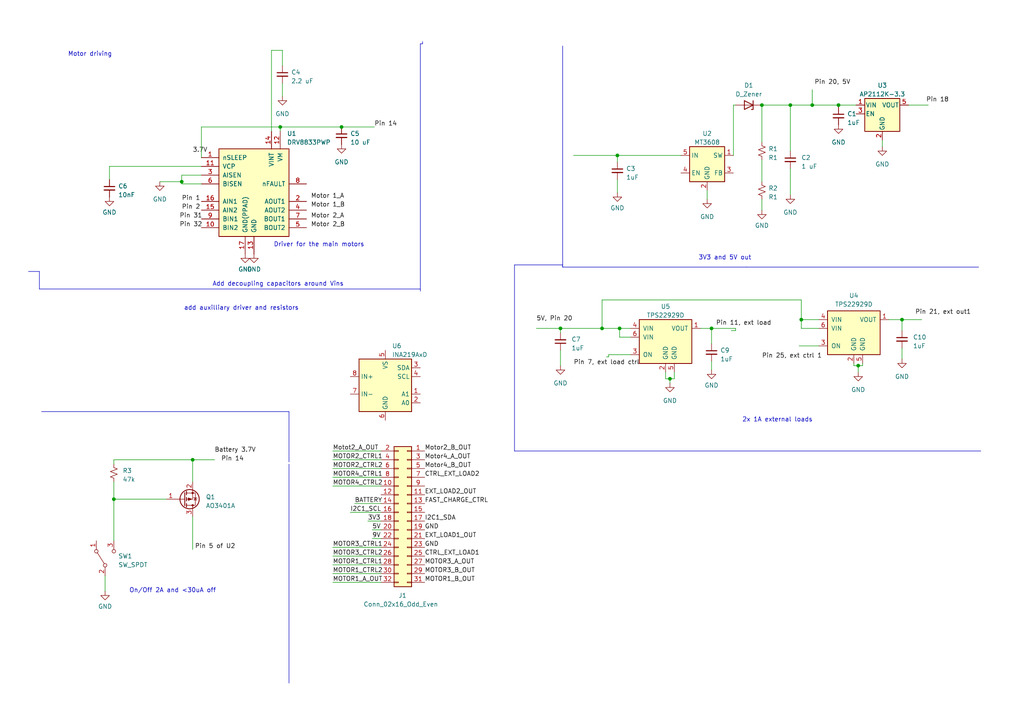
<source format=kicad_sch>
(kicad_sch (version 20230121) (generator eeschema)
  (paper "A4")
  (title_block (title "Power Supply Circuit") (date "2025-03-22"))
  (lib_symbols
    (symbol "Connector_Generic:Conn_02x16_Odd_Even" (pin_names (offset 1.016) hide)
      (property "Reference" "J" (at 1.27 20.32 0))
      (property "Value" "Conn_02x16_Odd_Even" (at 1.27 -22.86 0))
      (symbol "Conn_02x16_Odd_Even_1_1"
        (rectangle (start -1.27 -20.193) (end 0 -20.447) (stroke (width 0.1524)))
        (rectangle (start -1.27 -17.653) (end 0 -17.907) (stroke (width 0.1524)))
        (rectangle (start -1.27 -15.113) (end 0 -15.367) (stroke (width 0.1524)))
        (rectangle (start -1.27 -12.573) (end 0 -12.827) (stroke (width 0.1524)))
        (rectangle (start -1.27 -10.033) (end 0 -10.287) (stroke (width 0.1524)))
        (rectangle (start -1.27 -7.493) (end 0 -7.747) (stroke (width 0.1524)))
        (rectangle (start -1.27 -4.953) (end 0 -5.207) (stroke (width 0.1524)))
        (rectangle (start -1.27 -2.413) (end 0 -2.667) (stroke (width 0.1524)))
        (rectangle (start -1.27 0.127) (end 0 -0.127) (stroke (width 0.1524)))
        (rectangle (start -1.27 2.667) (end 0 2.413) (stroke (width 0.1524)))
        (rectangle (start -1.27 5.207) (end 0 4.953) (stroke (width 0.1524)))
        (rectangle (start -1.27 7.747) (end 0 7.493) (stroke (width 0.1524)))
        (rectangle (start -1.27 10.287) (end 0 10.033) (stroke (width 0.1524)))
        (rectangle (start -1.27 12.827) (end 0 12.573) (stroke (width 0.1524)))
        (rectangle (start -1.27 15.367) (end 0 15.113) (stroke (width 0.1524)))
        (rectangle (start -1.27 17.907) (end 0 17.653) (stroke (width 0.1524)))
        (rectangle (start -1.27 19.05) (end 3.81 -21.59) (stroke (width 0.254)) (fill (type background)))
        (rectangle (start 3.81 -20.193) (end 2.54 -20.447) (stroke (width 0.1524)))
        (rectangle (start 3.81 -17.653) (end 2.54 -17.907) (stroke (width 0.1524)))
        (rectangle (start 3.81 -15.113) (end 2.54 -15.367) (stroke (width 0.1524)))
        (rectangle (start 3.81 -12.573) (end 2.54 -12.827) (stroke (width 0.1524)))
        (rectangle (start 3.81 -10.033) (end 2.54 -10.287) (stroke (width 0.1524)))
        (rectangle (start 3.81 -7.493) (end 2.54 -7.747) (stroke (width 0.1524)))
        (rectangle (start 3.81 -4.953) (end 2.54 -5.207) (stroke (width 0.1524)))
        (rectangle (start 3.81 -2.413) (end 2.54 -2.667) (stroke (width 0.1524)))
        (rectangle (start 3.81 0.127) (end 2.54 -0.127) (stroke (width 0.1524)))
        (rectangle (start 3.81 2.667) (end 2.54 2.413) (stroke (width 0.1524)))
        (rectangle (start 3.81 5.207) (end 2.54 4.953) (stroke (width 0.1524)))
        (rectangle (start 3.81 7.747) (end 2.54 7.493) (stroke (width 0.1524)))
        (rectangle (start 3.81 10.287) (end 2.54 10.033) (stroke (width 0.1524)))
        (rectangle (start 3.81 12.827) (end 2.54 12.573) (stroke (width 0.1524)))
        (rectangle (start 3.81 15.367) (end 2.54 15.113) (stroke (width 0.1524)))
        (rectangle (start 3.81 17.907) (end 2.54 17.653) (stroke (width 0.1524)))
        (pin passive line (at -5.08 17.78 0) (length 3.81) (name "Pin_1") (number "1"))
        (pin passive line (at 7.62 7.62 180) (length 3.81) (name "Pin_10") (number "10"))
        (pin passive line (at -5.08 5.08 0) (length 3.81) (name "Pin_11") (number "11"))
        (pin passive line (at 7.62 5.08 180) (length 3.81) (name "Pin_12") (number "12"))
        (pin passive line (at -5.08 2.54 0) (length 3.81) (name "Pin_13") (number "13"))
        (pin passive line (at 7.62 2.54 180) (length 3.81) (name "Pin_14") (number "14"))
        (pin passive line (at -5.08 0 0) (length 3.81) (name "Pin_15") (number "15"))
        (pin passive line (at 7.62 0 180) (length 3.81) (name "Pin_16") (number "16"))
        (pin passive line (at -5.08 -2.54 0) (length 3.81) (name "Pin_17") (number "17"))
        (pin passive line (at 7.62 -2.54 180) (length 3.81) (name "Pin_18") (number "18"))
        (pin passive line (at -5.08 -5.08 0) (length 3.81) (name "Pin_19") (number "19"))
        (pin passive line (at 7.62 17.78 180) (length 3.81) (name "Pin_2") (number "2"))
        (pin passive line (at 7.62 -5.08 180) (length 3.81) (name "Pin_20") (number "20"))
        (pin passive line (at -5.08 -7.62 0) (length 3.81) (name "Pin_21") (number "21"))
        (pin passive line (at 7.62 -7.62 180) (length 3.81) (name "Pin_22") (number "22"))
        (pin passive line (at -5.08 -10.16 0) (length 3.81) (name "Pin_23") (number "23"))
        (pin passive line (at 7.62 -10.16 180) (length 3.81) (name "Pin_24") (number "24"))
        (pin passive line (at -5.08 -12.7 0) (length 3.81) (name "Pin_25") (number "25"))
        (pin passive line (at 7.62 -12.7 180) (length 3.81) (name "Pin_26") (number "26"))
        (pin passive line (at -5.08 -15.24 0) (length 3.81) (name "Pin_27") (number "27"))
        (pin passive line (at 7.62 -15.24 180) (length 3.81) (name "Pin_28") (number "28"))
        (pin passive line (at -5.08 -17.78 0) (length 3.81) (name "Pin_29") (number "29"))
        (pin passive line (at -5.08 15.24 0) (length 3.81) (name "Pin_3") (number "3"))
        (pin passive line (at 7.62 -17.78 180) (length 3.81) (name "Pin_30") (number "30"))
        (pin passive line (at -5.08 -20.32 0) (length 3.81) (name "Pin_31") (number "31"))
        (pin passive line (at 7.62 -20.32 180) (length 3.81) (name "Pin_32") (number "32"))
        (pin passive line (at 7.62 15.24 180) (length 3.81) (name "Pin_4") (number "4"))
        (pin passive line (at -5.08 12.7 0) (length 3.81) (name "Pin_5") (number "5"))
        (pin passive line (at 7.62 12.7 180) (length 3.81) (name "Pin_6") (number "6"))
        (pin passive line (at -5.08 10.16 0) (length 3.81) (name "Pin_7") (number "7"))
        (pin passive line (at 7.62 10.16 180) (length 3.81) (name "Pin_8") (number "8"))
        (pin passive line (at -5.08 7.62 0) (length 3.81) (name "Pin_9") (number "9"))
      )
    )
    (symbol "Device:C_Small" (pin_numbers hide) (pin_names (offset 0.254) hide)
      (property "Reference" "C" (at 0.254 1.778 0))
      (property "Value" "C_Small" (at 0.254 -2.032 0))
      (symbol "C_Small_0_1"
        (polyline (pts (xy -1.524 -0.508) (xy 1.524 -0.508)) (stroke (width 0.3302)))
        (polyline (pts (xy -1.524 0.508) (xy 1.524 0.508)) (stroke (width 0.3048)))
      )
      (symbol "C_Small_1_1"
        (pin passive line (at 0 2.54 270) (length 2.032) (name "~") (number "1"))
        (pin passive line (at 0 -2.54 90) (length 2.032) (name "~") (number "2"))
      )
    )
    (symbol "Device:D_Zener" (pin_numbers hide) (pin_names (offset 1.016) hide)
      (property "Reference" "D" (at 0 2.54 0))
      (property "Value" "D_Zener" (at 0 -2.54 0))
      (symbol "D_Zener_0_1"
        (polyline (pts (xy 1.27 0) (xy -1.27 0)))
        (polyline (pts (xy -1.27 -1.27) (xy -1.27 1.27) (xy -0.762 1.27)) (stroke (width 0.254)))
        (polyline (pts (xy 1.27 -1.27) (xy 1.27 1.27) (xy -1.27 0) (xy 1.27 -1.27)) (stroke (width 0.254)))
      )
      (symbol "D_Zener_1_1"
        (pin passive line (at -3.81 0 0) (length 2.54) (name "K") (number "1"))
        (pin passive line (at 3.81 0 180) (length 2.54) (name "A") (number "2"))
      )
    )
    (symbol "Device:R_Small_US" (pin_numbers hide) (pin_names (offset 0.254) hide)
      (property "Reference" "R" (at 0.762 0.508 0))
      (property "Value" "R_Small_US" (at 0.762 -1.016 0))
      (symbol "R_Small_US_1_1"
        (polyline (pts (xy 0 0) (xy 1.016 -0.381) (xy 0 -0.762) (xy -1.016 -1.143) (xy 0 -1.524)))
        (polyline (pts (xy 0 1.524) (xy 1.016 1.143) (xy 0 0.762) (xy -1.016 0.381) (xy 0 0)))
        (pin passive line (at 0 2.54 270) (length 1.016) (name "~") (number "1"))
        (pin passive line (at 0 -2.54 90) (length 1.016) (name "~") (number "2"))
      )
    )
    (symbol "Driver_Motor:DRV8833PWP" (pin_names (offset 1.016))
      (property "Reference" "U" (at -3.81 16.51 0))
      (property "Value" "DRV8833PWP" (at -3.81 13.97 0))
      (symbol "DRV8833PWP_0_1"
        (rectangle (start -10.16 12.7) (end 10.16 -12.7) (stroke (width 0.254)) (fill (type background)))
      )
      (symbol "DRV8833PWP_1_1"
        (pin input line (at -15.24 10.16 0) (length 5.08) (name "nSLEEP") (number "1"))
        (pin input line (at -15.24 -10.16 0) (length 5.08) (name "BIN2") (number "10"))
        (pin bidirectional line (at -15.24 7.62 0) (length 5.08) (name "VCP") (number "11"))
        (pin power_in line (at 7.62 17.78 270) (length 5.08) (name "VM") (number "12"))
        (pin power_in line (at 0 -17.78 90) (length 5.08) (name "GND") (number "13"))
        (pin power_in line (at 5.08 17.78 270) (length 5.08) (name "VINT") (number "14"))
        (pin input line (at -15.24 -5.08 0) (length 5.08) (name "AIN2") (number "15"))
        (pin input line (at -15.24 -2.54 0) (length 5.08) (name "AIN1") (number "16"))
        (pin power_in line (at -2.54 -17.78 90) (length 5.08) (name "GND(PPAD)") (number "17"))
        (pin power_out line (at 15.24 -2.54 180) (length 5.08) (name "AOUT1") (number "2"))
        (pin bidirectional line (at -15.24 5.08 0) (length 5.08) (name "AISEN") (number "3"))
        (pin power_out line (at 15.24 -5.08 180) (length 5.08) (name "AOUT2") (number "4"))
        (pin power_out line (at 15.24 -10.16 180) (length 5.08) (name "BOUT2") (number "5"))
        (pin bidirectional line (at -15.24 2.54 0) (length 5.08) (name "BISEN") (number "6"))
        (pin power_out line (at 15.24 -7.62 180) (length 5.08) (name "BOUT1") (number "7"))
        (pin open_collector line (at 15.24 2.54 180) (length 5.08) (name "nFAULT") (number "8"))
        (pin input line (at -15.24 -7.62 0) (length 5.08) (name "BIN1") (number "9"))
      )
    )
    (symbol "Power_Management:TPS22929D" (pin_names (offset 1.016))
      (property "Reference" "U" (at -7.62 8.89 0))
      (property "Value" "TPS22929D" (at 7.62 8.89 0))
      (symbol "TPS22929D_0_1"
        (rectangle (start -7.62 7.62) (end 7.62 -5.08) (stroke (width 0.254)) (fill (type background)))
      )
      (symbol "TPS22929D_1_1"
        (pin power_out line (at 10.16 5.08 180) (length 2.54) (name "VOUT") (number "1"))
        (pin power_in line (at 0 -7.62 90) (length 2.54) (name "GND") (number "2"))
        (pin input line (at -10.16 -2.54 0) (length 2.54) (name "ON") (number "3"))
        (pin power_in line (at -10.16 5.08 0) (length 2.54) (name "VIN") (number "4"))
        (pin power_in line (at 2.54 -7.62 90) (length 2.54) (name "GND") (number "5"))
        (pin power_in line (at -10.16 2.54 0) (length 2.54) (name "VIN") (number "6"))
      )
    )
    (symbol "Regulator_Linear:AP2112K-3.3" (pin_names (offset 0.254))
      (property "Reference" "U" (at -5.08 5.715 0))
      (property "Value" "AP2112K-3.3" (at 0 5.715 0))
      (symbol "AP2112K-3.3_0_1"
        (rectangle (start -5.08 4.445) (end 5.08 -5.08) (stroke (width 0.254)) (fill (type background)))
      )
      (symbol "AP2112K-3.3_1_1"
        (pin power_in line (at -7.62 2.54 0) (length 2.54) (name "VIN") (number "1"))
        (pin power_in line (at 0 -7.62 90) (length 2.54) (name "GND") (number "2"))
        (pin input line (at -7.62 0 0) (length 2.54) (name "EN") (number "3"))
        (pin no_connect line (at 5.08 0 180) (length 2.54) hide (name "NC") (number "4"))
        (pin power_out line (at 7.62 2.54 180) (length 2.54) (name "VOUT") (number "5"))
      )
    )
    (symbol "Regulator_Switching:MT3608"
      (property "Reference" "U" (at -2.54 8.89 0))
      (property "Value" "MT3608" (at -3.81 6.35 0))
      (symbol "MT3608_0_1"
        (rectangle (start -5.08 5.08) (end 5.08 -5.08) (stroke (width 0.254)) (fill (type background)))
      )
      (symbol "MT3608_1_1"
        (pin passive line (at 7.62 2.54 180) (length 2.54) (name "SW") (number "1"))
        (pin power_in line (at 0 -7.62 90) (length 2.54) (name "GND") (number "2"))
        (pin input line (at 7.62 -2.54 180) (length 2.54) (name "FB") (number "3"))
        (pin input line (at -7.62 -2.54 0) (length 2.54) (name "EN") (number "4"))
        (pin power_in line (at -7.62 2.54 0) (length 2.54) (name "IN") (number "5"))
        (pin no_connect line (at 5.08 0 180) (length 2.54) hide (name "NC") (number "6"))
      )
    )
    (symbol "Sensor_Energy:INA219AxD"
      (property "Reference" "U" (at -6.35 8.89 0))
      (property "Value" "INA219AxD" (at 5.08 8.89 0))
      (symbol "INA219AxD_0_1"
        (rectangle (start -7.62 7.62) (end 7.62 -7.62) (stroke (width 0.254)) (fill (type background)))
      )
      (symbol "INA219AxD_1_1"
        (pin input line (at 10.16 -2.54 180) (length 2.54) (name "A1") (number "1"))
        (pin input line (at 10.16 -5.08 180) (length 2.54) (name "A0") (number "2"))
        (pin bidirectional line (at 10.16 5.08 180) (length 2.54) (name "SDA") (number "3"))
        (pin input line (at 10.16 2.54 180) (length 2.54) (name "SCL") (number "4"))
        (pin power_in line (at 0 10.16 270) (length 2.54) (name "VS") (number "5"))
        (pin power_in line (at 0 -10.16 90) (length 2.54) (name "GND") (number "6"))
        (pin input line (at -10.16 -2.54 0) (length 2.54) (name "IN-") (number "7"))
        (pin input line (at -10.16 2.54 0) (length 2.54) (name "IN+") (number "8"))
      )
    )
    (symbol "Switch:SW_SPDT" (pin_names (offset 0) hide)
      (property "Reference" "SW" (at 0 4.318 0))
      (property "Value" "SW_SPDT" (at 0 -5.08 0))
      (symbol "SW_SPDT_0_0"
        (circle (center -2.032 0) (radius 0.508))
        (circle (center 2.032 -2.54) (radius 0.508))
      )
      (symbol "SW_SPDT_0_1"
        (polyline (pts (xy -1.524 0.254) (xy 1.651 2.286)))
        (circle (center 2.032 2.54) (radius 0.508))
      )
      (symbol "SW_SPDT_1_1"
        (pin passive line (at 5.08 2.54 180) (length 2.54) (name "A") (number "1"))
        (pin passive line (at -5.08 0 0) (length 2.54) (name "B") (number "2"))
        (pin passive line (at 5.08 -2.54 180) (length 2.54) (name "C") (number "3"))
      )
    )
    (symbol "Transistor_FET:AO3401A" (pin_names hide)
      (property "Reference" "Q" (at 5.08 1.905 0))
      (property "Value" "AO3401A" (at 5.08 0 0))
      (symbol "AO3401A_0_1"
        (polyline (pts (xy 0.254 0) (xy -2.54 0)))
        (polyline (pts (xy 0.254 1.905) (xy 0.254 -1.905)) (stroke (width 0.254)))
        (polyline (pts (xy 0.762 -1.27) (xy 0.762 -2.286)) (stroke (width 0.254)))
        (polyline (pts (xy 0.762 0.508) (xy 0.762 -0.508)) (stroke (width 0.254)))
        (polyline (pts (xy 0.762 2.286) (xy 0.762 1.27)) (stroke (width 0.254)))
        (polyline (pts (xy 2.54 2.54) (xy 2.54 1.778)))
        (polyline (pts (xy 2.54 -2.54) (xy 2.54 0) (xy 0.762 0)))
        (polyline (pts (xy 0.762 1.778) (xy 3.302 1.778) (xy 3.302 -1.778) (xy 0.762 -1.778)))
        (polyline (pts (xy 2.286 0) (xy 1.27 0.381) (xy 1.27 -0.381) (xy 2.286 0)) (fill (type outline)))
        (polyline (pts (xy 2.794 -0.508) (xy 2.921 -0.381) (xy 3.683 -0.381) (xy 3.81 -0.254)))
        (polyline (pts (xy 3.302 -0.381) (xy 2.921 0.254) (xy 3.683 0.254) (xy 3.302 -0.381)))
        (circle (center 1.651 0) (radius 2.794) (stroke (width 0.254)))
        (circle (center 2.54 -1.778) (radius 0.254) (fill (type outline)))
        (circle (center 2.54 1.778) (radius 0.254) (fill (type outline)))
      )
      (symbol "AO3401A_1_1"
        (pin input line (at -5.08 0 0) (length 2.54) (name "G") (number "1"))
        (pin passive line (at 2.54 -5.08 90) (length 2.54) (name "S") (number "2"))
        (pin passive line (at 2.54 5.08 270) (length 2.54) (name "D") (number "3"))
      )
    )
    (symbol "power:GND" (power) (pin_names (offset 0))
      (property "Value" "GND" (at 0 -3.81 0))
      (symbol "GND_0_1"
        (polyline (pts (xy 0 0) (xy 0 -1.27) (xy 1.27 -1.27) (xy 0 -2.54) (xy -1.27 -1.27) (xy 0 -1.27)))
      )
      (symbol "GND_1_1"
        (pin power_in line (at 0 0 270) (length 0) hide (name "GND") (number "1"))
      )
    )
  )
  (junction (at 179.07 45.085))
  (junction (at 248.92 106.045))
  (junction (at 229.235 30.48))
  (junction (at 261.62 92.71))
  (junction (at 206.375 95.25))
  (junction (at 55.88 133.35))
  (junction (at 162.56 95.25))
  (junction (at 243.205 30.48))
  (junction (at 81.28 36.83))
  (junction (at 232.41 92.71))
  (junction (at 33.02 144.78))
  (junction (at 194.31 109.855))
  (junction (at 99.06 36.83))
  (junction (at 174.625 95.25))
  (junction (at 179.705 95.25))
  (junction (at 220.98 30.48))
  (junction (at 235.585 30.48))
  (junction (at 52.705 52.705))
  (wire (pts (xy 81.28 38.1) (xy 81.28 36.83)))
  (wire (pts (xy 96.52 135.89) (xy 110.49 135.89)))
  (wire (pts (xy 81.915 14.605) (xy 81.915 19.05)))
  (wire (pts (xy 179.705 97.79) (xy 179.705 95.25)))
  (wire (pts (xy 235.585 26.035) (xy 235.585 30.48)))
  (wire (pts (xy 206.375 95.25) (xy 213.36 95.25)))
  (wire (pts (xy 55.88 149.86) (xy 55.88 159.385)))
  (wire (pts (xy 58.42 50.8) (xy 52.705 50.8)))
  (wire (pts (xy 195.58 107.95) (xy 195.58 109.855)))
  (wire (pts (xy 182.88 97.79) (xy 179.705 97.79)))
  (wire (pts (xy 179.07 45.085) (xy 197.485 45.085)))
  (wire (pts (xy 81.915 24.13) (xy 81.915 27.94)))
  (wire (pts (xy 232.41 92.71) (xy 232.41 95.25)))
  (wire (pts (xy 255.905 40.64) (xy 255.905 42.545)))
  (polyline (pts (xy 11.43 78.74) (xy 8.255 78.74)))
  (wire (pts (xy 96.52 158.75) (xy 110.49 158.75)))
  (wire (pts (xy 33.02 139.7) (xy 33.02 144.78)))
  (wire (pts (xy 263.525 30.48) (xy 269.24 30.48)))
  (wire (pts (xy 206.375 104.775) (xy 206.375 107.315)))
  (wire (pts (xy 55.88 139.7) (xy 55.88 133.35)))
  (wire (pts (xy 33.02 134.62) (xy 33.02 133.35)))
  (wire (pts (xy 231.775 100.33) (xy 237.49 100.33)))
  (wire (pts (xy 78.74 14.605) (xy 81.915 14.605)))
  (wire (pts (xy 229.235 30.48) (xy 229.235 43.815)))
  (wire (pts (xy 30.48 167.005) (xy 30.48 171.45)))
  (wire (pts (xy 58.42 36.83) (xy 81.28 36.83)))
  (wire (pts (xy 250.19 105.41) (xy 250.19 106.045)))
  (polyline (pts (xy 163.195 13.335) (xy 163.195 77.47)))
  (wire (pts (xy 176.53 102.87) (xy 176.53 103.505)))
  (wire (pts (xy 174.625 95.25) (xy 174.625 86.995)))
  (wire (pts (xy 243.205 30.48) (xy 243.205 31.115)))
  (wire (pts (xy 220.98 57.785) (xy 220.98 60.96)))
  (polyline (pts (xy 12.065 119.38) (xy 83.82 119.38)))
  (polyline (pts (xy 122.555 12.7) (xy 122.555 12.065)))
  (wire (pts (xy 213.36 95.25) (xy 213.36 95.885)))
  (wire (pts (xy 235.585 30.48) (xy 243.205 30.48)))
  (wire (pts (xy 203.2 95.25) (xy 206.375 95.25)))
  (wire (pts (xy 232.41 92.71) (xy 237.49 92.71)))
  (wire (pts (xy 33.02 133.35) (xy 55.88 133.35)))
  (wire (pts (xy 99.06 36.83) (xy 108.585 36.83)))
  (polyline (pts (xy 216.535 77.47) (xy 283.845 77.47)))
  (wire (pts (xy 96.52 166.37) (xy 110.49 166.37)))
  (wire (pts (xy 257.81 92.71) (xy 261.62 92.71)))
  (polyline (pts (xy 83.82 119.38) (xy 83.82 133.985)))
  (wire (pts (xy 179.705 95.25) (xy 182.88 95.25)))
  (wire (pts (xy 212.725 30.48) (xy 213.36 30.48)))
  (wire (pts (xy 243.205 30.48) (xy 248.285 30.48)))
  (wire (pts (xy 52.705 52.705) (xy 52.705 53.34)))
  (wire (pts (xy 220.98 30.48) (xy 220.98 41.275)))
  (wire (pts (xy 107.95 156.21) (xy 110.49 156.21)))
  (wire (pts (xy 96.52 163.83) (xy 110.49 163.83)))
  (wire (pts (xy 247.65 106.045) (xy 248.92 106.045)))
  (wire (pts (xy 58.42 48.26) (xy 31.75 48.26)))
  (wire (pts (xy 205.105 55.245) (xy 205.105 57.785)))
  (wire (pts (xy 81.28 36.83) (xy 99.06 36.83)))
  (wire (pts (xy 33.02 144.78) (xy 33.02 156.845)))
  (wire (pts (xy 176.53 103.505) (xy 175.895 103.505)))
  (wire (pts (xy 229.235 48.895) (xy 229.235 56.515)))
  (wire (pts (xy 96.52 168.91) (xy 110.49 168.91)))
  (wire (pts (xy 162.56 95.25) (xy 162.56 96.52)))
  (polyline (pts (xy 163.195 76.835) (xy 163.195 77.47)))
  (wire (pts (xy 166.37 45.085) (xy 179.07 45.085)))
  (wire (pts (xy 155.575 95.25) (xy 162.56 95.25)))
  (wire (pts (xy 220.98 30.48) (xy 229.235 30.48)))
  (wire (pts (xy 261.62 92.71) (xy 261.62 95.885)))
  (wire (pts (xy 232.41 86.995) (xy 232.41 92.71)))
  (wire (pts (xy 248.92 106.045) (xy 250.19 106.045)))
  (wire (pts (xy 261.62 100.965) (xy 261.62 104.14)))
  (polyline (pts (xy 121.92 83.82) (xy 11.43 83.82)))
  (wire (pts (xy 179.07 52.07) (xy 179.07 55.88)))
  (wire (pts (xy 193.04 109.855) (xy 194.31 109.855)))
  (wire (pts (xy 52.705 50.8) (xy 52.705 52.705)))
  (polyline (pts (xy 121.92 12.7) (xy 122.555 12.7)))
  (polyline (pts (xy 11.43 83.82) (xy 11.43 78.74)))
  (wire (pts (xy 96.52 130.81) (xy 110.49 130.81)))
  (wire (pts (xy 46.355 52.705) (xy 52.705 52.705)))
  (polyline (pts (xy 216.535 77.47) (xy 163.195 77.47)))
  (wire (pts (xy 33.02 144.78) (xy 48.26 144.78)))
  (wire (pts (xy 101.6 148.59) (xy 110.49 148.59)))
  (polyline (pts (xy 83.82 134.62) (xy 83.82 198.12)))
  (wire (pts (xy 206.375 95.25) (xy 206.375 99.695)))
  (wire (pts (xy 248.92 106.045) (xy 248.92 107.95)))
  (wire (pts (xy 102.87 146.05) (xy 110.49 146.05)))
  (wire (pts (xy 96.52 133.35) (xy 110.49 133.35)))
  (wire (pts (xy 194.31 109.855) (xy 194.31 111.125)))
  (wire (pts (xy 107.95 153.67) (xy 110.49 153.67)))
  (wire (pts (xy 261.62 92.71) (xy 267.335 92.71)))
  (polyline (pts (xy 121.92 84.455) (xy 121.92 12.7)))
  (wire (pts (xy 31.75 48.26) (xy 31.75 52.07)))
  (wire (pts (xy 96.52 161.29) (xy 110.49 161.29)))
  (wire (pts (xy 52.705 53.34) (xy 58.42 53.34)))
  (wire (pts (xy 229.235 30.48) (xy 235.585 30.48)))
  (wire (pts (xy 78.74 38.1) (xy 78.74 14.605)))
  (wire (pts (xy 162.56 95.25) (xy 174.625 95.25)))
  (wire (pts (xy 55.88 133.35) (xy 62.23 133.35)))
  (wire (pts (xy 106.68 151.13) (xy 110.49 151.13)))
  (polyline (pts (xy 284.48 130.81) (xy 149.225 130.81)))
  (wire (pts (xy 194.31 109.855) (xy 195.58 109.855)))
  (wire (pts (xy 179.07 45.085) (xy 179.07 46.99)))
  (wire (pts (xy 220.98 46.355) (xy 220.98 52.705)))
  (wire (pts (xy 212.725 45.085) (xy 212.725 30.48)))
  (wire (pts (xy 58.42 45.72) (xy 58.42 36.83)))
  (wire (pts (xy 182.88 102.87) (xy 176.53 102.87)))
  (wire (pts (xy 193.04 107.95) (xy 193.04 109.855)))
  (wire (pts (xy 96.52 140.97) (xy 110.49 140.97)))
  (wire (pts (xy 237.49 95.25) (xy 232.41 95.25)))
  (polyline (pts (xy 149.225 130.81) (xy 149.225 76.835)))
  (wire (pts (xy 247.65 105.41) (xy 247.65 106.045)))
  (wire (pts (xy 213.36 95.885) (xy 212.09 95.885)))
  (wire (pts (xy 174.625 95.25) (xy 179.705 95.25)))
  (wire (pts (xy 174.625 86.995) (xy 232.41 86.995)))
  (wire (pts (xy 162.56 106.045) (xy 162.56 101.6)))
  (polyline (pts (xy 149.225 76.835) (xy 163.195 76.835)))
  (wire (pts (xy 96.52 138.43) (xy 110.49 138.43)))
  (text "On/Off 2A and <30uA off" (at 37.465 172.085 0) (effects (font (size 1.27 1.27)) (justify left bottom)))
  (text "3V3 and 5V out\n" (at 202.565 75.565 0) (effects (font (size 1.27 1.27)) (justify left bottom)))
  (text "Add decoupling capacitors around Vins\n" (at 61.595 83.185 0) (effects (font (size 1.27 1.27)) (justify left bottom)))
  (text "Driver for the main motors" (at 79.375 71.755 0) (effects (font (size 1.27 1.27)) (justify left bottom)))
  (text "add auxilliary driver and resistors\n" (at 53.34 90.17 0) (effects (font (size 1.27 1.27)) (justify left bottom)))
  (text "2x 1A external loads\n" (at 215.265 122.555 0) (effects (font (size 1.27 1.27)) (justify left bottom)))
  (text "Motor driving\n" (at 19.685 16.51 0) (effects (font (size 1.27 1.27)) (justify left bottom)))
  (label "MOTOR4_CTRL1" (at 96.52 138.43 0))
  (label "Motor 2_B" (at 90.17 66.04 0))
  (label "Pin 20, 5V" (at 236.22 24.765 0))
  (label "3V3" (at 106.68 151.13 0))
  (label "5V, Pin 20" (at 155.575 93.345 0))
  (label "Battery 3.7V" (at 62.23 131.445 0))
  (label "Motor4_A_OUT" (at 123.19 133.35 0))
  (label "Motor 1_A" (at 90.17 57.785 0))
  (label "Motor2_B_OUT" (at 123.19 130.81 0))
  (label "GND" (at 123.19 153.67 0))
  (label "MOTOR1_CTRL1" (at 96.52 163.83 0))
  (label "FAST_CHARGE_CTRL" (at 123.19 146.05 0))
  (label "MOTOR3_CTRL1" (at 96.52 158.75 0))
  (label "EXT_LOAD2_OUT" (at 123.19 143.51 0))
  (label "Pin 14" (at 64.135 133.985 0))
  (label "Pin 2" (at 52.705 60.96 0))
  (label "EXT_LOAD1_OUT" (at 123.19 156.21 0))
  (label "GND" (at 123.19 158.75 0))
  (label "MOTOR4_CTRL2" (at 96.52 140.97 0))
  (label "Pin 21, ext out1" (at 265.43 91.44 0))
  (label "Pin 5 of U2" (at 56.515 159.385 0))
  (label "Pin 7, ext load ctrl" (at 166.37 106.045 0))
  (label "Motot2_A_OUT" (at 96.52 130.81 0))
  (label "Pin 31" (at 52.07 63.5 0))
  (label "MOTOR3_CTRL2" (at 96.52 161.29 0))
  (label "BATTERY" (at 102.87 146.05 0))
  (label "Motor4_B_OUT" (at 123.19 135.89 0))
  (label "5V" (at 107.95 153.67 0))
  (label "Pin 1" (at 52.705 58.42 0))
  (label "Motor 1_B" (at 90.17 60.325 0))
  (label "Pin 18" (at 268.605 29.845 0))
  (label "Pin 11, ext load" (at 207.645 94.615 0))
  (label "MOTOR3_A_OUT" (at 123.19 163.83 0))
  (label "Pin 32" (at 52.07 66.04 0))
  (label "CTRL_EXT_LOAD2" (at 123.19 138.43 0))
  (label "MOTOR2_CTRL2" (at 96.52 135.89 0))
  (label "Motor 2_A" (at 90.17 63.5 0))
  (label "3.7V" (at 55.88 44.45 0))
  (label "9V" (at 107.95 156.21 0))
  (label "MOTOR1_A_OUT" (at 96.52 168.91 0))
  (label "Pin 14" (at 108.585 36.83 0))
  (label "I2C1_SCL" (at 101.6 148.59 0))
  (label "MOTOR1_CTRL2" (at 96.52 166.37 0))
  (label "MOTOR2_CTRL1" (at 96.52 133.35 0))
  (label "MOTOR1_B_OUT" (at 123.19 168.91 0))
  (label "Pin 25, ext ctrl 1" (at 220.98 104.14 0))
  (label "I2C1_SDA" (at 123.19 151.13 0))
  (label "MOTOR3_B_OUT" (at 123.19 166.37 0))
  (label "CTRL_EXT_LOAD1" (at 123.19 161.29 0))
  (symbol (lib_id "Device:C_Small") (at 179.07 49.53 0) (unit 1)
    (property "Reference" "C3" (at 181.61 48.9013 0) (effects (justify left)))
    (property "Value" "1uF" (at 181.61 51.4413 0) (effects (justify left)))
  )
  (symbol (lib_id "Driver_Motor:DRV8833PWP") (at 73.66 55.88 0) (unit 1)
    (property "Reference" "U1" (at 83.2359 38.735 0) (effects (justify left)))
    (property "Value" "DRV8833PWP" (at 83.2359 41.275 0) (effects (justify left)))
    (property "Footprint" "Package_SO:HTSSOP-16-1EP_4.4x5mm_P0.65mm_EP3.4x5mm_Mask2.46x2.31mm_ThermalVias" (effects hide))
    (property "Datasheet" "http://www.ti.com/lit/ds/symlink/drv8833.pdf" (effects hide))
  )
  (symbol (lib_id "power:GND") (at 220.98 60.96 0) (unit 1)
    (property "Reference" "#PWR02" (effects hide))
    (property "Value" "GND" (at 220.98 65.405 0))
  )
  (symbol (lib_id "Device:C_Small") (at 243.205 33.655 0) (unit 1)
    (property "Reference" "C1" (at 245.745 33.0263 0) (effects (justify left)))
    (property "Value" "1uF" (at 245.745 35.5663 0) (effects (justify left)))
  )
  (symbol (lib_id "power:GND") (at 99.06 41.91 0) (unit 1)
    (property "Reference" "#PWR08" (effects hide))
    (property "Value" "GND" (at 99.06 46.99 0))
  )
  (symbol (lib_id "power:GND") (at 194.31 111.125 0) (unit 1)
    (property "Reference" "#PWR016" (effects hide))
    (property "Value" "GND" (at 194.31 116.205 0))
  )
  (symbol (lib_id "power:GND") (at 229.235 56.515 0) (unit 1)
    (property "Reference" "#PWR03" (effects hide))
    (property "Value" "GND" (at 229.235 61.595 0))
  )
  (symbol (lib_id "power:GND") (at 206.375 107.315 0) (unit 1)
    (property "Reference" "#PWR018" (effects hide))
    (property "Value" "GND" (at 206.375 111.76 0))
  )
  (symbol (lib_id "power:GND") (at 73.66 73.66 0) (unit 1)
    (property "Reference" "#PWR011" (effects hide))
    (property "Value" "GND" (at 73.66 78.105 0))
  )
  (symbol (lib_id "Device:R_Small_US") (at 220.98 43.815 0) (unit 1)
    (property "Reference" "R1" (at 222.885 43.18 0) (effects (justify left)))
    (property "Value" "R1" (at 222.885 45.72 0) (effects (justify left)))
  )
  (symbol (lib_id "Device:C_Small") (at 261.62 98.425 0) (unit 1)
    (property "Reference" "C10" (at 264.795 97.7963 0) (effects (justify left)))
    (property "Value" "1uF" (at 264.795 100.3363 0) (effects (justify left)))
  )
  (symbol (lib_id "Sensor_Energy:INA219AxD") (at 111.76 111.76 0) (unit 1)
    (property "Reference" "U6" (at 113.7159 100.33 0) (effects (justify left)))
    (property "Value" "INA219AxD" (at 113.7159 102.87 0) (effects (justify left)))
    (property "Footprint" "Package_SO:SOIC-8_3.9x4.9mm_P1.27mm" (effects hide))
    (property "Datasheet" "http://www.ti.com/lit/ds/symlink/ina219.pdf" (effects hide))
  )
  (symbol (lib_id "power:GND") (at 255.905 42.545 0) (unit 1)
    (property "Reference" "#PWR06" (effects hide))
    (property "Value" "GND" (at 255.905 47.625 0))
  )
  (symbol (lib_id "Device:R_Small_US") (at 33.02 137.16 0) (unit 1)
    (property "Reference" "R3" (at 35.56 136.525 0) (effects (justify left)))
    (property "Value" "47k" (at 35.56 139.065 0) (effects (justify left)))
  )
  (symbol (lib_id "power:GND") (at 46.355 52.705 0) (unit 1)
    (property "Reference" "#PWR012" (effects hide))
    (property "Value" "GND" (at 46.355 57.785 0))
  )
  (symbol (lib_id "power:GND") (at 162.56 106.045 0) (unit 1)
    (property "Reference" "#PWR014" (effects hide))
    (property "Value" "GND" (at 162.56 111.125 0))
  )
  (symbol (lib_id "Device:R_Small_US") (at 220.98 55.245 0) (unit 1)
    (property "Reference" "R2" (at 222.885 54.61 0) (effects (justify left)))
    (property "Value" "R1" (at 222.885 57.15 0) (effects (justify left)))
  )
  (symbol (lib_id "power:GND") (at 205.105 57.785 0) (unit 1)
    (property "Reference" "#PWR04" (effects hide))
    (property "Value" "GND" (at 205.105 62.865 0))
  )
  (symbol (lib_id "power:GND") (at 261.62 104.14 0) (unit 1)
    (property "Reference" "#PWR019" (effects hide))
    (property "Value" "GND" (at 261.62 109.22 0))
  )
  (symbol (lib_id "Power_Management:TPS22929D") (at 193.04 100.33 0) (unit 1)
    (property "Reference" "U5" (at 193.04 88.9 0))
    (property "Value" "TPS22929D" (at 193.04 91.44 0))
    (property "Footprint" "Package_TO_SOT_SMD:SOT-23-6" (effects hide))
    (property "Datasheet" "http://www.ti.com/lit/ds/symlink/tps22929d.pdf" (effects hide))
  )
  (symbol (lib_id "Device:C_Small") (at 31.75 54.61 0) (unit 1)
    (property "Reference" "C6" (at 34.29 53.9813 0) (effects (justify left)))
    (property "Value" "10nF" (at 34.29 56.5213 0) (effects (justify left)))
  )
  (symbol (lib_id "Device:C_Small") (at 162.56 99.06 180) (unit 1)
    (property "Reference" "C7" (at 165.735 98.4186 0) (effects (justify right)))
    (property "Value" "1uF" (at 165.735 100.9586 0) (effects (justify right)))
  )
  (symbol (lib_id "Device:C_Small") (at 206.375 102.235 0) (unit 1)
    (property "Reference" "C9" (at 208.915 101.6063 0) (effects (justify left)))
    (property "Value" "1uF" (at 208.915 104.1463 0) (effects (justify left)))
  )
  (symbol (lib_id "Connector_Generic:Conn_02x16_Odd_Even") (at 118.11 148.59 0) (mirror y) (unit 1)
    (property "Reference" "J1" (at 115.57 172.72 0) (effects (justify right)))
    (property "Value" "Conn_02x16_Odd_Even" (at 105.41 175.26 0) (effects (justify right)))
    (property "Footprint" "Connector_PinHeader_2.54mm:PinHeader_2x16_P2.54mm_Vertical" (effects hide))
  )
  (symbol (lib_id "power:GND") (at 179.07 55.88 0) (unit 1)
    (property "Reference" "#PWR05" (effects hide))
    (property "Value" "GND" (at 179.07 60.325 0))
  )
  (symbol (lib_id "power:GND") (at 31.75 57.15 0) (unit 1)
    (property "Reference" "#PWR09" (effects hide))
    (property "Value" "GND" (at 31.75 61.595 0))
  )
  (symbol (lib_id "power:GND") (at 30.48 171.45 0) (unit 1)
    (property "Reference" "#PWR013" (effects hide))
    (property "Value" "GND" (at 30.48 175.895 0))
  )
  (symbol (lib_id "Regulator_Linear:AP2112K-3.3") (at 255.905 33.02 0) (unit 1)
    (property "Reference" "U3" (at 255.905 24.765 0))
    (property "Value" "AP2112K-3.3" (at 255.905 27.305 0))
    (property "Footprint" "Package_TO_SOT_SMD:SOT-23-5" (effects hide))
    (property "Datasheet" "https://www.diodes.com/assets/Datasheets/AP2112.pdf" (effects hide))
  )
  (symbol (lib_id "power:GND") (at 243.205 36.195 0) (unit 1)
    (property "Reference" "#PWR01" (effects hide))
    (property "Value" "GND" (at 243.205 41.275 0))
  )
  (symbol (lib_id "Regulator_Switching:MT3608") (at 205.105 47.625 0) (unit 1)
    (property "Reference" "U2" (at 205.105 38.735 0))
    (property "Value" "MT3608" (at 205.105 41.275 0))
    (property "Footprint" "Package_TO_SOT_SMD:SOT-23-6" (effects hide))
    (property "Datasheet" "https://www.olimex.com/Products/Breadboarding/BB-PWR-3608/resources/MT3608.pdf" (effects hide))
  )
  (symbol (lib_id "Device:C_Small") (at 99.06 39.37 0) (unit 1)
    (property "Reference" "C5" (at 101.6 38.7413 0) (effects (justify left)))
    (property "Value" "10 uF" (at 101.6 41.2813 0) (effects (justify left)))
  )
  (symbol (lib_id "power:GND") (at 71.12 73.66 0) (unit 1)
    (property "Reference" "#PWR010" (effects hide))
    (property "Value" "GND" (at 71.12 78.105 0))
  )
  (symbol (lib_id "power:GND") (at 248.92 107.95 0) (unit 1)
    (property "Reference" "#PWR017" (effects hide))
    (property "Value" "GND" (at 248.92 113.03 0))
  )
  (symbol (lib_id "Switch:SW_SPDT") (at 30.48 161.925 90) (unit 1)
    (property "Reference" "SW1" (at 34.29 161.29 90) (effects (justify right)))
    (property "Value" "SW_SPDT" (at 34.29 163.83 90) (effects (justify right)))
  )
  (symbol (lib_id "Power_Management:TPS22929D") (at 247.65 97.79 0) (unit 1)
    (property "Reference" "U4" (at 247.65 85.725 0))
    (property "Value" "TPS22929D" (at 247.65 88.265 0))
    (property "Footprint" "Package_TO_SOT_SMD:SOT-23-6" (effects hide))
    (property "Datasheet" "http://www.ti.com/lit/ds/symlink/tps22929d.pdf" (effects hide))
  )
  (symbol (lib_id "Device:C_Small") (at 81.915 21.59 0) (unit 1)
    (property "Reference" "C4" (at 84.455 20.9613 0) (effects (justify left)))
    (property "Value" "2.2 uF" (at 84.455 23.5013 0) (effects (justify left)))
  )
  (symbol (lib_id "Transistor_FET:AO3401A") (at 53.34 144.78 0) (mirror x) (unit 1)
    (property "Reference" "Q1" (at 59.69 144.145 0) (effects (justify left)))
    (property "Value" "AO3401A" (at 59.69 146.685 0) (effects (justify left)))
    (property "Footprint" "Package_TO_SOT_SMD:SOT-23" (effects hide))
    (property "Datasheet" "http://www.aosmd.com/pdfs/datasheet/AO3401A.pdf" (effects hide))
  )
  (symbol (lib_id "power:GND") (at 81.915 27.94 0) (unit 1)
    (property "Reference" "#PWR07" (effects hide))
    (property "Value" "GND" (at 81.915 33.02 0))
  )
  (symbol (lib_id "Device:C_Small") (at 229.235 46.355 0) (unit 1)
    (property "Reference" "C2" (at 232.41 45.7263 0) (effects (justify left)))
    (property "Value" "1 uF" (at 232.41 48.2663 0) (effects (justify left)))
  )
  (symbol (lib_id "Device:D_Zener") (at 217.17 30.48 180) (unit 1)
    (property "Reference" "D1" (at 217.17 24.765 0))
    (property "Value" "D_Zener" (at 217.17 27.305 0))
  )
)
</source>
